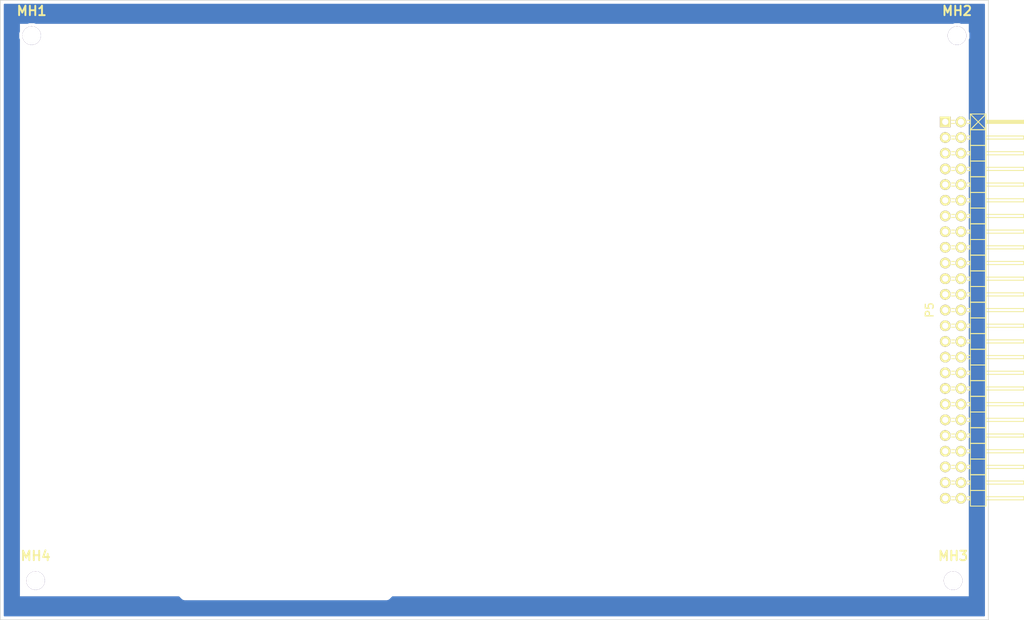
<source format=kicad_pcb>
(kicad_pcb (version 4) (host pcbnew "(2014-09-10 BZR 5127)-product")

  (general
    (links 1)
    (no_connects 1)
    (area 6.781073 60.8965 204.770447 161.41446)
    (thickness 1.6)
    (drawings 4)
    (tracks 0)
    (zones 0)
    (modules 5)
    (nets 50)
  )

  (page A4)
  (layers
    (0 F.Cu signal)
    (31 B.Cu signal)
    (33 F.Adhes user)
    (35 F.Paste user)
    (37 F.SilkS user)
    (39 F.Mask user)
    (40 Dwgs.User user)
    (41 Cmts.User user)
    (42 Eco1.User user)
    (43 Eco2.User user)
    (44 Edge.Cuts user)
    (45 Margin user)
  )

  (setup
    (last_trace_width 0.254)
    (trace_clearance 0.254)
    (zone_clearance 0.508)
    (zone_45_only yes)
    (trace_min 0.254)
    (segment_width 0.2)
    (edge_width 0.1)
    (via_size 0.889)
    (via_drill 0.635)
    (via_min_size 0.889)
    (via_min_drill 0.508)
    (uvia_size 0.508)
    (uvia_drill 0.127)
    (uvias_allowed no)
    (uvia_min_size 0.508)
    (uvia_min_drill 0.127)
    (pcb_text_width 0.3)
    (pcb_text_size 1.5 1.5)
    (mod_edge_width 0.15)
    (mod_text_size 1 1)
    (mod_text_width 0.15)
    (pad_size 1.5 1.5)
    (pad_drill 0.6)
    (pad_to_mask_clearance 0)
    (aux_axis_origin 0 0)
    (visible_elements FFFFFF7F)
    (pcbplotparams
      (layerselection 0x00020_80000001)
      (usegerberextensions false)
      (excludeedgelayer true)
      (linewidth 0.100000)
      (plotframeref false)
      (viasonmask false)
      (mode 1)
      (useauxorigin false)
      (hpglpennumber 1)
      (hpglpenspeed 20)
      (hpglpendiameter 15)
      (hpglpenoverlay 2)
      (psnegative false)
      (psa4output false)
      (plotreference true)
      (plotvalue true)
      (plotinvisibletext false)
      (padsonsilk false)
      (subtractmaskfromsilk false)
      (outputformat 1)
      (mirror false)
      (drillshape 0)
      (scaleselection 1)
      (outputdirectory gerber/))
  )

  (net 0 "")
  (net 1 GND)
  (net 2 VCC)
  (net 3 PHI2)
  (net 4 /RESET)
  (net 5 /RW)
  (net 6 /OE)
  (net 7 /CS_UART)
  (net 8 /CS_VIA)
  (net 9 E_LCD)
  (net 10 /CSR_VDP)
  (net 11 /CSW_VDP)
  (net 12 /CS_RES02)
  (net 13 /WE)
  (net 14 /NMI)
  (net 15 /IRQ)
  (net 16 "Net-(P5-Pad5)")
  (net 17 "Net-(P5-Pad6)")
  (net 18 "Net-(P5-Pad15)")
  (net 19 "Net-(P5-Pad17)")
  (net 20 RDY)
  (net 21 "Net-(P5-Pad19)")
  (net 22 "Net-(P5-Pad36)")
  (net 23 "Net-(P5-Pad39)")
  (net 24 "Net-(P5-Pad40)")
  (net 25 "Net-(P5-Pad41)")
  (net 26 "Net-(P5-Pad42)")
  (net 27 "Net-(P5-Pad43)")
  (net 28 "Net-(P5-Pad44)")
  (net 29 "Net-(P5-Pad45)")
  (net 30 "Net-(P5-Pad46)")
  (net 31 "Net-(P5-Pad47)")
  (net 32 "Net-(P5-Pad48)")
  (net 33 "Net-(P5-Pad49)")
  (net 34 "Net-(P5-Pad50)")
  (net 35 /OE2)
  (net 36 /WE2)
  (net 37 /Connector/D7)
  (net 38 /Connector/D6)
  (net 39 /Connector/D5)
  (net 40 /Connector/D4)
  (net 41 /Connector/D3)
  (net 42 /Connector/D2)
  (net 43 /Connector/D1)
  (net 44 /Connector/D0)
  (net 45 /Connector/A4)
  (net 46 /Connector/A3)
  (net 47 /Connector/A2)
  (net 48 /Connector/A1)
  (net 49 /Connector/A0)

  (net_class Default "This is the default net class."
    (clearance 0.254)
    (trace_width 0.254)
    (via_dia 0.889)
    (via_drill 0.635)
    (uvia_dia 0.508)
    (uvia_drill 0.127)
    (add_net /CSR_VDP)
    (add_net /CSW_VDP)
    (add_net /CS_RES02)
    (add_net /CS_UART)
    (add_net /CS_VIA)
    (add_net /Connector/A0)
    (add_net /Connector/A1)
    (add_net /Connector/A2)
    (add_net /Connector/A3)
    (add_net /Connector/A4)
    (add_net /Connector/D0)
    (add_net /Connector/D1)
    (add_net /Connector/D2)
    (add_net /Connector/D3)
    (add_net /Connector/D4)
    (add_net /Connector/D5)
    (add_net /Connector/D6)
    (add_net /Connector/D7)
    (add_net /IRQ)
    (add_net /NMI)
    (add_net /OE)
    (add_net /OE2)
    (add_net /RESET)
    (add_net /RW)
    (add_net /WE)
    (add_net /WE2)
    (add_net E_LCD)
    (add_net "Net-(P5-Pad15)")
    (add_net "Net-(P5-Pad17)")
    (add_net "Net-(P5-Pad19)")
    (add_net "Net-(P5-Pad36)")
    (add_net "Net-(P5-Pad39)")
    (add_net "Net-(P5-Pad40)")
    (add_net "Net-(P5-Pad41)")
    (add_net "Net-(P5-Pad42)")
    (add_net "Net-(P5-Pad43)")
    (add_net "Net-(P5-Pad44)")
    (add_net "Net-(P5-Pad45)")
    (add_net "Net-(P5-Pad46)")
    (add_net "Net-(P5-Pad47)")
    (add_net "Net-(P5-Pad48)")
    (add_net "Net-(P5-Pad49)")
    (add_net "Net-(P5-Pad5)")
    (add_net "Net-(P5-Pad50)")
    (add_net "Net-(P5-Pad6)")
    (add_net PHI2)
    (add_net RDY)
  )

  (net_class vcc ""
    (clearance 0.254)
    (trace_width 0.635)
    (via_dia 0.889)
    (via_drill 0.635)
    (uvia_dia 0.508)
    (uvia_drill 0.127)
    (add_net GND)
    (add_net VCC)
  )

  (module Pin_Headers:Pin_Header_Angled_2x25 (layer F.Cu) (tedit 5417499B) (tstamp 541F04A9)
    (at 216.535 95.885 270)
    (descr "Through hole pin header")
    (tags "pin header")
    (path /54206EE0/542071FB)
    (fp_text reference P5 (at 0 3.81 270) (layer F.SilkS)
      (effects (font (size 1.27 1.27) (thickness 0.2032)))
    )
    (fp_text value CONN_02X25 (at 0 0 270) (layer F.SilkS) hide
      (effects (font (size 1.27 1.27) (thickness 0.2032)))
    )
    (fp_line (start -30.226 -0.254) (end -30.226 0.254) (layer F.SilkS) (width 0.15))
    (fp_line (start -30.734 -0.254) (end -30.734 0.254) (layer F.SilkS) (width 0.15))
    (fp_line (start -12.954 -0.254) (end -12.954 0.254) (layer F.SilkS) (width 0.15))
    (fp_line (start -12.446 -0.254) (end -12.446 0.254) (layer F.SilkS) (width 0.15))
    (fp_line (start -10.414 -0.254) (end -10.414 0.254) (layer F.SilkS) (width 0.15))
    (fp_line (start -9.906 -0.254) (end -9.906 0.254) (layer F.SilkS) (width 0.15))
    (fp_line (start -14.986 -0.254) (end -14.986 0.254) (layer F.SilkS) (width 0.15))
    (fp_line (start -15.494 -0.254) (end -15.494 0.254) (layer F.SilkS) (width 0.15))
    (fp_line (start -17.526 -0.254) (end -17.526 0.254) (layer F.SilkS) (width 0.15))
    (fp_line (start -18.034 -0.254) (end -18.034 0.254) (layer F.SilkS) (width 0.15))
    (fp_line (start -28.194 -0.254) (end -28.194 0.254) (layer F.SilkS) (width 0.15))
    (fp_line (start -27.686 -0.254) (end -27.686 0.254) (layer F.SilkS) (width 0.15))
    (fp_line (start -25.654 -0.254) (end -25.654 0.254) (layer F.SilkS) (width 0.15))
    (fp_line (start -25.146 -0.254) (end -25.146 0.254) (layer F.SilkS) (width 0.15))
    (fp_line (start -20.066 -0.254) (end -20.066 0.254) (layer F.SilkS) (width 0.15))
    (fp_line (start -20.574 -0.254) (end -20.574 0.254) (layer F.SilkS) (width 0.15))
    (fp_line (start -22.606 -0.254) (end -22.606 0.254) (layer F.SilkS) (width 0.15))
    (fp_line (start -23.114 -0.254) (end -23.114 0.254) (layer F.SilkS) (width 0.15))
    (fp_line (start 17.526 -0.254) (end 17.526 0.254) (layer F.SilkS) (width 0.15))
    (fp_line (start 18.034 -0.254) (end 18.034 0.254) (layer F.SilkS) (width 0.15))
    (fp_line (start 20.066 -0.254) (end 20.066 0.254) (layer F.SilkS) (width 0.15))
    (fp_line (start 20.574 -0.254) (end 20.574 0.254) (layer F.SilkS) (width 0.15))
    (fp_line (start 15.494 -0.254) (end 15.494 0.254) (layer F.SilkS) (width 0.15))
    (fp_line (start 14.986 -0.254) (end 14.986 0.254) (layer F.SilkS) (width 0.15))
    (fp_line (start 12.954 -0.254) (end 12.954 0.254) (layer F.SilkS) (width 0.15))
    (fp_line (start 12.446 -0.254) (end 12.446 0.254) (layer F.SilkS) (width 0.15))
    (fp_line (start 22.606 -0.254) (end 22.606 0.254) (layer F.SilkS) (width 0.15))
    (fp_line (start 23.114 -0.254) (end 23.114 0.254) (layer F.SilkS) (width 0.15))
    (fp_line (start 25.146 -0.254) (end 25.146 0.254) (layer F.SilkS) (width 0.15))
    (fp_line (start 25.654 -0.254) (end 25.654 0.254) (layer F.SilkS) (width 0.15))
    (fp_line (start 30.734 -0.254) (end 30.734 0.254) (layer F.SilkS) (width 0.15))
    (fp_line (start 30.226 -0.254) (end 30.226 0.254) (layer F.SilkS) (width 0.15))
    (fp_line (start 28.194 -0.254) (end 28.194 0.254) (layer F.SilkS) (width 0.15))
    (fp_line (start 27.686 -0.254) (end 27.686 0.254) (layer F.SilkS) (width 0.15))
    (fp_line (start 7.366 -0.254) (end 7.366 0.254) (layer F.SilkS) (width 0.15))
    (fp_line (start 7.874 -0.254) (end 7.874 0.254) (layer F.SilkS) (width 0.15))
    (fp_line (start 9.906 -0.254) (end 9.906 0.254) (layer F.SilkS) (width 0.15))
    (fp_line (start 10.414 -0.254) (end 10.414 0.254) (layer F.SilkS) (width 0.15))
    (fp_line (start 5.334 -0.254) (end 5.334 0.254) (layer F.SilkS) (width 0.15))
    (fp_line (start 4.826 -0.254) (end 4.826 0.254) (layer F.SilkS) (width 0.15))
    (fp_line (start 2.794 -0.254) (end 2.794 0.254) (layer F.SilkS) (width 0.15))
    (fp_line (start 2.286 -0.254) (end 2.286 0.254) (layer F.SilkS) (width 0.15))
    (fp_line (start -7.874 -0.254) (end -7.874 0.254) (layer F.SilkS) (width 0.15))
    (fp_line (start -7.366 -0.254) (end -7.366 0.254) (layer F.SilkS) (width 0.15))
    (fp_line (start -5.334 -0.254) (end -5.334 0.254) (layer F.SilkS) (width 0.15))
    (fp_line (start -4.826 -0.254) (end -4.826 0.254) (layer F.SilkS) (width 0.15))
    (fp_line (start 0.254 -0.254) (end 0.254 0.254) (layer F.SilkS) (width 0.15))
    (fp_line (start -0.254 -0.254) (end -0.254 0.254) (layer F.SilkS) (width 0.15))
    (fp_line (start -2.286 -0.254) (end -2.286 0.254) (layer F.SilkS) (width 0.15))
    (fp_line (start -2.794 -0.254) (end -2.794 0.254) (layer F.SilkS) (width 0.15))
    (fp_line (start 14.986 -2.794) (end 14.986 -2.286) (layer F.SilkS) (width 0.15))
    (fp_line (start 15.494 -2.794) (end 15.494 -2.286) (layer F.SilkS) (width 0.15))
    (fp_line (start 17.526 -2.794) (end 17.526 -2.286) (layer F.SilkS) (width 0.15))
    (fp_line (start 18.034 -2.794) (end 18.034 -2.286) (layer F.SilkS) (width 0.15))
    (fp_line (start 12.954 -2.794) (end 12.954 -2.286) (layer F.SilkS) (width 0.15))
    (fp_line (start 12.446 -2.794) (end 12.446 -2.286) (layer F.SilkS) (width 0.15))
    (fp_line (start 10.414 -2.794) (end 10.414 -2.286) (layer F.SilkS) (width 0.15))
    (fp_line (start 9.906 -2.794) (end 9.906 -2.286) (layer F.SilkS) (width 0.15))
    (fp_line (start 20.066 -2.794) (end 20.066 -2.286) (layer F.SilkS) (width 0.15))
    (fp_line (start 20.574 -2.794) (end 20.574 -2.286) (layer F.SilkS) (width 0.15))
    (fp_line (start 22.606 -2.794) (end 22.606 -2.286) (layer F.SilkS) (width 0.15))
    (fp_line (start 23.114 -2.794) (end 23.114 -2.286) (layer F.SilkS) (width 0.15))
    (fp_line (start 28.194 -2.794) (end 28.194 -2.286) (layer F.SilkS) (width 0.15))
    (fp_line (start 27.686 -2.794) (end 27.686 -2.286) (layer F.SilkS) (width 0.15))
    (fp_line (start 25.654 -2.794) (end 25.654 -2.286) (layer F.SilkS) (width 0.15))
    (fp_line (start 25.146 -2.794) (end 25.146 -2.286) (layer F.SilkS) (width 0.15))
    (fp_line (start 30.226 -2.794) (end 30.226 -2.286) (layer F.SilkS) (width 0.15))
    (fp_line (start 30.734 -2.794) (end 30.734 -2.286) (layer F.SilkS) (width 0.15))
    (fp_line (start -5.334 -2.794) (end -5.334 -2.286) (layer F.SilkS) (width 0.15))
    (fp_line (start -4.826 -2.794) (end -4.826 -2.286) (layer F.SilkS) (width 0.15))
    (fp_line (start -2.794 -2.794) (end -2.794 -2.286) (layer F.SilkS) (width 0.15))
    (fp_line (start -2.286 -2.794) (end -2.286 -2.286) (layer F.SilkS) (width 0.15))
    (fp_line (start -7.366 -2.794) (end -7.366 -2.286) (layer F.SilkS) (width 0.15))
    (fp_line (start -7.874 -2.794) (end -7.874 -2.286) (layer F.SilkS) (width 0.15))
    (fp_line (start -9.906 -2.794) (end -9.906 -2.286) (layer F.SilkS) (width 0.15))
    (fp_line (start -10.414 -2.794) (end -10.414 -2.286) (layer F.SilkS) (width 0.15))
    (fp_line (start -0.254 -2.794) (end -0.254 -2.286) (layer F.SilkS) (width 0.15))
    (fp_line (start 0.254 -2.794) (end 0.254 -2.286) (layer F.SilkS) (width 0.15))
    (fp_line (start 2.286 -2.794) (end 2.286 -2.286) (layer F.SilkS) (width 0.15))
    (fp_line (start 2.794 -2.794) (end 2.794 -2.286) (layer F.SilkS) (width 0.15))
    (fp_line (start 7.874 -2.794) (end 7.874 -2.286) (layer F.SilkS) (width 0.15))
    (fp_line (start 7.366 -2.794) (end 7.366 -2.286) (layer F.SilkS) (width 0.15))
    (fp_line (start 5.334 -2.794) (end 5.334 -2.286) (layer F.SilkS) (width 0.15))
    (fp_line (start 4.826 -2.794) (end 4.826 -2.286) (layer F.SilkS) (width 0.15))
    (fp_line (start -15.494 -2.794) (end -15.494 -2.286) (layer F.SilkS) (width 0.15))
    (fp_line (start -14.986 -2.794) (end -14.986 -2.286) (layer F.SilkS) (width 0.15))
    (fp_line (start -12.954 -2.794) (end -12.954 -2.286) (layer F.SilkS) (width 0.15))
    (fp_line (start -12.446 -2.794) (end -12.446 -2.286) (layer F.SilkS) (width 0.15))
    (fp_line (start -17.526 -2.794) (end -17.526 -2.286) (layer F.SilkS) (width 0.15))
    (fp_line (start -18.034 -2.794) (end -18.034 -2.286) (layer F.SilkS) (width 0.15))
    (fp_line (start -20.066 -2.794) (end -20.066 -2.286) (layer F.SilkS) (width 0.15))
    (fp_line (start -20.574 -2.794) (end -20.574 -2.286) (layer F.SilkS) (width 0.15))
    (fp_line (start -30.734 -2.794) (end -30.734 -2.286) (layer F.SilkS) (width 0.15))
    (fp_line (start -30.226 -2.794) (end -30.226 -2.286) (layer F.SilkS) (width 0.15))
    (fp_line (start -28.194 -2.794) (end -28.194 -2.286) (layer F.SilkS) (width 0.15))
    (fp_line (start -27.686 -2.794) (end -27.686 -2.286) (layer F.SilkS) (width 0.15))
    (fp_line (start -22.606 -2.794) (end -22.606 -2.286) (layer F.SilkS) (width 0.15))
    (fp_line (start -23.114 -2.794) (end -23.114 -2.286) (layer F.SilkS) (width 0.15))
    (fp_line (start -25.146 -2.794) (end -25.146 -2.286) (layer F.SilkS) (width 0.15))
    (fp_line (start -25.654 -2.794) (end -25.654 -2.286) (layer F.SilkS) (width 0.15))
    (fp_line (start -31.75 -2.794) (end -29.21 -5.334) (layer F.SilkS) (width 0.15))
    (fp_line (start -31.75 -5.334) (end -29.21 -2.794) (layer F.SilkS) (width 0.15))
    (fp_line (start -30.607 -5.334) (end -30.607 -11.303) (layer F.SilkS) (width 0.15))
    (fp_line (start -30.607 -11.303) (end -30.353 -11.303) (layer F.SilkS) (width 0.15))
    (fp_line (start -30.353 -11.303) (end -30.353 -5.461) (layer F.SilkS) (width 0.15))
    (fp_line (start -30.353 -5.461) (end -30.48 -5.461) (layer F.SilkS) (width 0.15))
    (fp_line (start -30.48 -5.461) (end -30.48 -11.303) (layer F.SilkS) (width 0.15))
    (fp_line (start 8.89 -2.794) (end 8.89 -5.334) (layer F.SilkS) (width 0.15))
    (fp_line (start 8.89 -2.794) (end 11.43 -2.794) (layer F.SilkS) (width 0.15))
    (fp_line (start 11.43 -2.794) (end 11.43 -5.334) (layer F.SilkS) (width 0.15))
    (fp_line (start 9.906 -5.334) (end 9.906 -11.43) (layer F.SilkS) (width 0.15))
    (fp_line (start 9.906 -11.43) (end 10.414 -11.43) (layer F.SilkS) (width 0.15))
    (fp_line (start 10.414 -11.43) (end 10.414 -5.334) (layer F.SilkS) (width 0.15))
    (fp_line (start 11.43 -5.334) (end 8.89 -5.334) (layer F.SilkS) (width 0.15))
    (fp_line (start 13.97 -5.334) (end 11.43 -5.334) (layer F.SilkS) (width 0.15))
    (fp_line (start 12.954 -11.43) (end 12.954 -5.334) (layer F.SilkS) (width 0.15))
    (fp_line (start 12.446 -11.43) (end 12.954 -11.43) (layer F.SilkS) (width 0.15))
    (fp_line (start 12.446 -5.334) (end 12.446 -11.43) (layer F.SilkS) (width 0.15))
    (fp_line (start 13.97 -2.794) (end 13.97 -5.334) (layer F.SilkS) (width 0.15))
    (fp_line (start 11.43 -2.794) (end 13.97 -2.794) (layer F.SilkS) (width 0.15))
    (fp_line (start 11.43 -2.794) (end 11.43 -5.334) (layer F.SilkS) (width 0.15))
    (fp_line (start 16.51 -2.794) (end 16.51 -5.334) (layer F.SilkS) (width 0.15))
    (fp_line (start 16.51 -2.794) (end 19.05 -2.794) (layer F.SilkS) (width 0.15))
    (fp_line (start 19.05 -2.794) (end 19.05 -5.334) (layer F.SilkS) (width 0.15))
    (fp_line (start 17.526 -5.334) (end 17.526 -11.43) (layer F.SilkS) (width 0.15))
    (fp_line (start 17.526 -11.43) (end 18.034 -11.43) (layer F.SilkS) (width 0.15))
    (fp_line (start 18.034 -11.43) (end 18.034 -5.334) (layer F.SilkS) (width 0.15))
    (fp_line (start 19.05 -5.334) (end 16.51 -5.334) (layer F.SilkS) (width 0.15))
    (fp_line (start 16.51 -5.334) (end 13.97 -5.334) (layer F.SilkS) (width 0.15))
    (fp_line (start 15.494 -11.43) (end 15.494 -5.334) (layer F.SilkS) (width 0.15))
    (fp_line (start 14.986 -11.43) (end 15.494 -11.43) (layer F.SilkS) (width 0.15))
    (fp_line (start 14.986 -5.334) (end 14.986 -11.43) (layer F.SilkS) (width 0.15))
    (fp_line (start 16.51 -2.794) (end 16.51 -5.334) (layer F.SilkS) (width 0.15))
    (fp_line (start 13.97 -2.794) (end 16.51 -2.794) (layer F.SilkS) (width 0.15))
    (fp_line (start 13.97 -2.794) (end 13.97 -5.334) (layer F.SilkS) (width 0.15))
    (fp_line (start 24.13 -2.794) (end 24.13 -5.334) (layer F.SilkS) (width 0.15))
    (fp_line (start 24.13 -2.794) (end 26.67 -2.794) (layer F.SilkS) (width 0.15))
    (fp_line (start 26.67 -2.794) (end 26.67 -5.334) (layer F.SilkS) (width 0.15))
    (fp_line (start 25.146 -5.334) (end 25.146 -11.43) (layer F.SilkS) (width 0.15))
    (fp_line (start 25.146 -11.43) (end 25.654 -11.43) (layer F.SilkS) (width 0.15))
    (fp_line (start 25.654 -11.43) (end 25.654 -5.334) (layer F.SilkS) (width 0.15))
    (fp_line (start 26.67 -5.334) (end 24.13 -5.334) (layer F.SilkS) (width 0.15))
    (fp_line (start 29.21 -5.334) (end 26.67 -5.334) (layer F.SilkS) (width 0.15))
    (fp_line (start 28.194 -11.43) (end 28.194 -5.334) (layer F.SilkS) (width 0.15))
    (fp_line (start 27.686 -11.43) (end 28.194 -11.43) (layer F.SilkS) (width 0.15))
    (fp_line (start 27.686 -5.334) (end 27.686 -11.43) (layer F.SilkS) (width 0.15))
    (fp_line (start 29.21 -2.794) (end 29.21 -5.334) (layer F.SilkS) (width 0.15))
    (fp_line (start 26.67 -2.794) (end 29.21 -2.794) (layer F.SilkS) (width 0.15))
    (fp_line (start 26.67 -2.794) (end 26.67 -5.334) (layer F.SilkS) (width 0.15))
    (fp_line (start 21.59 -2.794) (end 21.59 -5.334) (layer F.SilkS) (width 0.15))
    (fp_line (start 21.59 -2.794) (end 24.13 -2.794) (layer F.SilkS) (width 0.15))
    (fp_line (start 24.13 -2.794) (end 24.13 -5.334) (layer F.SilkS) (width 0.15))
    (fp_line (start 22.606 -5.334) (end 22.606 -11.43) (layer F.SilkS) (width 0.15))
    (fp_line (start 22.606 -11.43) (end 23.114 -11.43) (layer F.SilkS) (width 0.15))
    (fp_line (start 23.114 -11.43) (end 23.114 -5.334) (layer F.SilkS) (width 0.15))
    (fp_line (start 24.13 -5.334) (end 21.59 -5.334) (layer F.SilkS) (width 0.15))
    (fp_line (start 21.59 -5.334) (end 19.05 -5.334) (layer F.SilkS) (width 0.15))
    (fp_line (start 20.574 -11.43) (end 20.574 -5.334) (layer F.SilkS) (width 0.15))
    (fp_line (start 20.066 -11.43) (end 20.574 -11.43) (layer F.SilkS) (width 0.15))
    (fp_line (start 20.066 -5.334) (end 20.066 -11.43) (layer F.SilkS) (width 0.15))
    (fp_line (start 21.59 -2.794) (end 21.59 -5.334) (layer F.SilkS) (width 0.15))
    (fp_line (start 19.05 -2.794) (end 21.59 -2.794) (layer F.SilkS) (width 0.15))
    (fp_line (start 19.05 -2.794) (end 19.05 -5.334) (layer F.SilkS) (width 0.15))
    (fp_line (start 31.75 -5.334) (end 29.21 -5.334) (layer F.SilkS) (width 0.15))
    (fp_line (start 30.734 -11.43) (end 30.734 -5.334) (layer F.SilkS) (width 0.15))
    (fp_line (start 30.226 -11.43) (end 30.734 -11.43) (layer F.SilkS) (width 0.15))
    (fp_line (start 30.226 -5.334) (end 30.226 -11.43) (layer F.SilkS) (width 0.15))
    (fp_line (start 31.75 -2.794) (end 31.75 -5.334) (layer F.SilkS) (width 0.15))
    (fp_line (start 29.21 -2.794) (end 31.75 -2.794) (layer F.SilkS) (width 0.15))
    (fp_line (start 29.21 -2.794) (end 29.21 -5.334) (layer F.SilkS) (width 0.15))
    (fp_line (start -11.43 -2.794) (end -11.43 -5.334) (layer F.SilkS) (width 0.15))
    (fp_line (start -11.43 -2.794) (end -8.89 -2.794) (layer F.SilkS) (width 0.15))
    (fp_line (start -8.89 -2.794) (end -8.89 -5.334) (layer F.SilkS) (width 0.15))
    (fp_line (start -10.414 -5.334) (end -10.414 -11.43) (layer F.SilkS) (width 0.15))
    (fp_line (start -10.414 -11.43) (end -9.906 -11.43) (layer F.SilkS) (width 0.15))
    (fp_line (start -9.906 -11.43) (end -9.906 -5.334) (layer F.SilkS) (width 0.15))
    (fp_line (start -8.89 -5.334) (end -11.43 -5.334) (layer F.SilkS) (width 0.15))
    (fp_line (start -6.35 -5.334) (end -8.89 -5.334) (layer F.SilkS) (width 0.15))
    (fp_line (start -7.366 -11.43) (end -7.366 -5.334) (layer F.SilkS) (width 0.15))
    (fp_line (start -7.874 -11.43) (end -7.366 -11.43) (layer F.SilkS) (width 0.15))
    (fp_line (start -7.874 -5.334) (end -7.874 -11.43) (layer F.SilkS) (width 0.15))
    (fp_line (start -6.35 -2.794) (end -6.35 -5.334) (layer F.SilkS) (width 0.15))
    (fp_line (start -8.89 -2.794) (end -6.35 -2.794) (layer F.SilkS) (width 0.15))
    (fp_line (start -8.89 -2.794) (end -8.89 -5.334) (layer F.SilkS) (width 0.15))
    (fp_line (start -3.81 -2.794) (end -3.81 -5.334) (layer F.SilkS) (width 0.15))
    (fp_line (start -3.81 -2.794) (end -1.27 -2.794) (layer F.SilkS) (width 0.15))
    (fp_line (start -1.27 -2.794) (end -1.27 -5.334) (layer F.SilkS) (width 0.15))
    (fp_line (start -2.794 -5.334) (end -2.794 -11.43) (layer F.SilkS) (width 0.15))
    (fp_line (start -2.794 -11.43) (end -2.286 -11.43) (layer F.SilkS) (width 0.15))
    (fp_line (start -2.286 -11.43) (end -2.286 -5.334) (layer F.SilkS) (width 0.15))
    (fp_line (start -1.27 -5.334) (end -3.81 -5.334) (layer F.SilkS) (width 0.15))
    (fp_line (start -3.81 -5.334) (end -6.35 -5.334) (layer F.SilkS) (width 0.15))
    (fp_line (start -4.826 -11.43) (end -4.826 -5.334) (layer F.SilkS) (width 0.15))
    (fp_line (start -5.334 -11.43) (end -4.826 -11.43) (layer F.SilkS) (width 0.15))
    (fp_line (start -5.334 -5.334) (end -5.334 -11.43) (layer F.SilkS) (width 0.15))
    (fp_line (start -3.81 -2.794) (end -3.81 -5.334) (layer F.SilkS) (width 0.15))
    (fp_line (start -6.35 -2.794) (end -3.81 -2.794) (layer F.SilkS) (width 0.15))
    (fp_line (start -6.35 -2.794) (end -6.35 -5.334) (layer F.SilkS) (width 0.15))
    (fp_line (start 3.81 -2.794) (end 3.81 -5.334) (layer F.SilkS) (width 0.15))
    (fp_line (start 3.81 -2.794) (end 6.35 -2.794) (layer F.SilkS) (width 0.15))
    (fp_line (start 6.35 -2.794) (end 6.35 -5.334) (layer F.SilkS) (width 0.15))
    (fp_line (start 4.826 -5.334) (end 4.826 -11.43) (layer F.SilkS) (width 0.15))
    (fp_line (start 4.826 -11.43) (end 5.334 -11.43) (layer F.SilkS) (width 0.15))
    (fp_line (start 5.334 -11.43) (end 5.334 -5.334) (layer F.SilkS) (width 0.15))
    (fp_line (start 6.35 -5.334) (end 3.81 -5.334) (layer F.SilkS) (width 0.15))
    (fp_line (start 8.89 -5.334) (end 6.35 -5.334) (layer F.SilkS) (width 0.15))
    (fp_line (start 7.874 -11.43) (end 7.874 -5.334) (layer F.SilkS) (width 0.15))
    (fp_line (start 7.366 -11.43) (end 7.874 -11.43) (layer F.SilkS) (width 0.15))
    (fp_line (start 7.366 -5.334) (end 7.366 -11.43) (layer F.SilkS) (width 0.15))
    (fp_line (start 8.89 -2.794) (end 8.89 -5.334) (layer F.SilkS) (width 0.15))
    (fp_line (start 6.35 -2.794) (end 8.89 -2.794) (layer F.SilkS) (width 0.15))
    (fp_line (start 6.35 -2.794) (end 6.35 -5.334) (layer F.SilkS) (width 0.15))
    (fp_line (start 1.27 -2.794) (end 1.27 -5.334) (layer F.SilkS) (width 0.15))
    (fp_line (start 1.27 -2.794) (end 3.81 -2.794) (layer F.SilkS) (width 0.15))
    (fp_line (start 3.81 -2.794) (end 3.81 -5.334) (layer F.SilkS) (width 0.15))
    (fp_line (start 2.286 -5.334) (end 2.286 -11.43) (layer F.SilkS) (width 0.15))
    (fp_line (start 2.286 -11.43) (end 2.794 -11.43) (layer F.SilkS) (width 0.15))
    (fp_line (start 2.794 -11.43) (end 2.794 -5.334) (layer F.SilkS) (width 0.15))
    (fp_line (start 3.81 -5.334) (end 1.27 -5.334) (layer F.SilkS) (width 0.15))
    (fp_line (start 1.27 -5.334) (end -1.27 -5.334) (layer F.SilkS) (width 0.15))
    (fp_line (start 0.254 -11.43) (end 0.254 -5.334) (layer F.SilkS) (width 0.15))
    (fp_line (start -0.254 -11.43) (end 0.254 -11.43) (layer F.SilkS) (width 0.15))
    (fp_line (start -0.254 -5.334) (end -0.254 -11.43) (layer F.SilkS) (width 0.15))
    (fp_line (start 1.27 -2.794) (end 1.27 -5.334) (layer F.SilkS) (width 0.15))
    (fp_line (start -1.27 -2.794) (end 1.27 -2.794) (layer F.SilkS) (width 0.15))
    (fp_line (start -1.27 -2.794) (end -1.27 -5.334) (layer F.SilkS) (width 0.15))
    (fp_line (start -21.59 -2.794) (end -21.59 -5.334) (layer F.SilkS) (width 0.15))
    (fp_line (start -21.59 -2.794) (end -19.05 -2.794) (layer F.SilkS) (width 0.15))
    (fp_line (start -19.05 -2.794) (end -19.05 -5.334) (layer F.SilkS) (width 0.15))
    (fp_line (start -20.574 -5.334) (end -20.574 -11.43) (layer F.SilkS) (width 0.15))
    (fp_line (start -20.574 -11.43) (end -20.066 -11.43) (layer F.SilkS) (width 0.15))
    (fp_line (start -20.066 -11.43) (end -20.066 -5.334) (layer F.SilkS) (width 0.15))
    (fp_line (start -19.05 -5.334) (end -21.59 -5.334) (layer F.SilkS) (width 0.15))
    (fp_line (start -16.51 -5.334) (end -19.05 -5.334) (layer F.SilkS) (width 0.15))
    (fp_line (start -17.526 -11.43) (end -17.526 -5.334) (layer F.SilkS) (width 0.15))
    (fp_line (start -18.034 -11.43) (end -17.526 -11.43) (layer F.SilkS) (width 0.15))
    (fp_line (start -18.034 -5.334) (end -18.034 -11.43) (layer F.SilkS) (width 0.15))
    (fp_line (start -16.51 -2.794) (end -16.51 -5.334) (layer F.SilkS) (width 0.15))
    (fp_line (start -19.05 -2.794) (end -16.51 -2.794) (layer F.SilkS) (width 0.15))
    (fp_line (start -19.05 -2.794) (end -19.05 -5.334) (layer F.SilkS) (width 0.15))
    (fp_line (start -13.97 -2.794) (end -13.97 -5.334) (layer F.SilkS) (width 0.15))
    (fp_line (start -13.97 -2.794) (end -11.43 -2.794) (layer F.SilkS) (width 0.15))
    (fp_line (start -11.43 -2.794) (end -11.43 -5.334) (layer F.SilkS) (width 0.15))
    (fp_line (start -12.954 -5.334) (end -12.954 -11.43) (layer F.SilkS) (width 0.15))
    (fp_line (start -12.954 -11.43) (end -12.446 -11.43) (layer F.SilkS) (width 0.15))
    (fp_line (start -12.446 -11.43) (end -12.446 -5.334) (layer F.SilkS) (width 0.15))
    (fp_line (start -11.43 -5.334) (end -13.97 -5.334) (layer F.SilkS) (width 0.15))
    (fp_line (start -13.97 -5.334) (end -16.51 -5.334) (layer F.SilkS) (width 0.15))
    (fp_line (start -14.986 -11.43) (end -14.986 -5.334) (layer F.SilkS) (width 0.15))
    (fp_line (start -15.494 -11.43) (end -14.986 -11.43) (layer F.SilkS) (width 0.15))
    (fp_line (start -15.494 -5.334) (end -15.494 -11.43) (layer F.SilkS) (width 0.15))
    (fp_line (start -13.97 -2.794) (end -13.97 -5.334) (layer F.SilkS) (width 0.15))
    (fp_line (start -16.51 -2.794) (end -13.97 -2.794) (layer F.SilkS) (width 0.15))
    (fp_line (start -16.51 -2.794) (end -16.51 -5.334) (layer F.SilkS) (width 0.15))
    (fp_line (start -26.67 -2.794) (end -26.67 -5.334) (layer F.SilkS) (width 0.15))
    (fp_line (start -26.67 -2.794) (end -24.13 -2.794) (layer F.SilkS) (width 0.15))
    (fp_line (start -24.13 -2.794) (end -24.13 -5.334) (layer F.SilkS) (width 0.15))
    (fp_line (start -25.654 -5.334) (end -25.654 -11.43) (layer F.SilkS) (width 0.15))
    (fp_line (start -25.654 -11.43) (end -25.146 -11.43) (layer F.SilkS) (width 0.15))
    (fp_line (start -25.146 -11.43) (end -25.146 -5.334) (layer F.SilkS) (width 0.15))
    (fp_line (start -24.13 -5.334) (end -26.67 -5.334) (layer F.SilkS) (width 0.15))
    (fp_line (start -21.59 -5.334) (end -24.13 -5.334) (layer F.SilkS) (width 0.15))
    (fp_line (start -22.606 -11.43) (end -22.606 -5.334) (layer F.SilkS) (width 0.15))
    (fp_line (start -23.114 -11.43) (end -22.606 -11.43) (layer F.SilkS) (width 0.15))
    (fp_line (start -23.114 -5.334) (end -23.114 -11.43) (layer F.SilkS) (width 0.15))
    (fp_line (start -21.59 -2.794) (end -21.59 -5.334) (layer F.SilkS) (width 0.15))
    (fp_line (start -24.13 -2.794) (end -21.59 -2.794) (layer F.SilkS) (width 0.15))
    (fp_line (start -24.13 -2.794) (end -24.13 -5.334) (layer F.SilkS) (width 0.15))
    (fp_line (start -29.21 -2.794) (end -29.21 -5.334) (layer F.SilkS) (width 0.15))
    (fp_line (start -29.21 -2.794) (end -26.67 -2.794) (layer F.SilkS) (width 0.15))
    (fp_line (start -26.67 -2.794) (end -26.67 -5.334) (layer F.SilkS) (width 0.15))
    (fp_line (start -28.194 -5.334) (end -28.194 -11.43) (layer F.SilkS) (width 0.15))
    (fp_line (start -28.194 -11.43) (end -27.686 -11.43) (layer F.SilkS) (width 0.15))
    (fp_line (start -27.686 -11.43) (end -27.686 -5.334) (layer F.SilkS) (width 0.15))
    (fp_line (start -26.67 -5.334) (end -29.21 -5.334) (layer F.SilkS) (width 0.15))
    (fp_line (start -29.21 -5.334) (end -31.75 -5.334) (layer F.SilkS) (width 0.15))
    (fp_line (start -30.226 -11.43) (end -30.226 -5.334) (layer F.SilkS) (width 0.15))
    (fp_line (start -30.734 -11.43) (end -30.226 -11.43) (layer F.SilkS) (width 0.15))
    (fp_line (start -30.734 -5.334) (end -30.734 -11.43) (layer F.SilkS) (width 0.15))
    (fp_line (start -29.21 -2.794) (end -29.21 -5.334) (layer F.SilkS) (width 0.15))
    (fp_line (start -31.75 -2.794) (end -29.21 -2.794) (layer F.SilkS) (width 0.15))
    (fp_line (start -31.75 -2.794) (end -31.75 -5.334) (layer F.SilkS) (width 0.15))
    (pad 1 thru_hole rect (at -30.48 1.27 270) (size 1.7272 1.7272) (drill 1.016) (layers *.Cu *.Mask F.SilkS)
      (net 2 VCC))
    (pad 2 thru_hole oval (at -30.48 -1.27 270) (size 1.7272 1.7272) (drill 1.016) (layers *.Cu *.Mask F.SilkS)
      (net 4 /RESET))
    (pad 3 thru_hole oval (at -27.94 1.27 270) (size 1.7272 1.7272) (drill 1.016) (layers *.Cu *.Mask F.SilkS)
      (net 14 /NMI))
    (pad 4 thru_hole oval (at -27.94 -1.27 270) (size 1.7272 1.7272) (drill 1.016) (layers *.Cu *.Mask F.SilkS)
      (net 15 /IRQ))
    (pad 5 thru_hole oval (at -25.4 1.27 270) (size 1.7272 1.7272) (drill 1.016) (layers *.Cu *.Mask F.SilkS)
      (net 16 "Net-(P5-Pad5)"))
    (pad 6 thru_hole oval (at -25.4 -1.27 270) (size 1.7272 1.7272) (drill 1.016) (layers *.Cu *.Mask F.SilkS)
      (net 17 "Net-(P5-Pad6)"))
    (pad 7 thru_hole oval (at -22.86 1.27 270) (size 1.7272 1.7272) (drill 1.016) (layers *.Cu *.Mask F.SilkS)
      (net 37 /Connector/D7))
    (pad 8 thru_hole oval (at -22.86 -1.27 270) (size 1.7272 1.7272) (drill 1.016) (layers *.Cu *.Mask F.SilkS)
      (net 38 /Connector/D6))
    (pad 9 thru_hole oval (at -20.32 1.27 270) (size 1.7272 1.7272) (drill 1.016) (layers *.Cu *.Mask F.SilkS)
      (net 39 /Connector/D5))
    (pad 10 thru_hole oval (at -20.32 -1.27 270) (size 1.7272 1.7272) (drill 1.016) (layers *.Cu *.Mask F.SilkS)
      (net 40 /Connector/D4))
    (pad 11 thru_hole oval (at -17.78 1.27 270) (size 1.7272 1.7272) (drill 1.016) (layers *.Cu *.Mask F.SilkS)
      (net 41 /Connector/D3))
    (pad 12 thru_hole oval (at -17.78 -1.27 270) (size 1.7272 1.7272) (drill 1.016) (layers *.Cu *.Mask F.SilkS)
      (net 42 /Connector/D2))
    (pad 13 thru_hole oval (at -15.24 1.27 270) (size 1.7272 1.7272) (drill 1.016) (layers *.Cu *.Mask F.SilkS)
      (net 43 /Connector/D1))
    (pad 14 thru_hole oval (at -15.24 -1.27 270) (size 1.7272 1.7272) (drill 1.016) (layers *.Cu *.Mask F.SilkS)
      (net 44 /Connector/D0))
    (pad 15 thru_hole oval (at -12.7 1.27 270) (size 1.7272 1.7272) (drill 1.016) (layers *.Cu *.Mask F.SilkS)
      (net 18 "Net-(P5-Pad15)"))
    (pad 16 thru_hole oval (at -12.7 -1.27 270) (size 1.7272 1.7272) (drill 1.016) (layers *.Cu *.Mask F.SilkS)
      (net 5 /RW))
    (pad 17 thru_hole oval (at -10.16 1.27 270) (size 1.7272 1.7272) (drill 1.016) (layers *.Cu *.Mask F.SilkS)
      (net 19 "Net-(P5-Pad17)"))
    (pad 18 thru_hole oval (at -10.16 -1.27 270) (size 1.7272 1.7272) (drill 1.016) (layers *.Cu *.Mask F.SilkS)
      (net 20 RDY))
    (pad 19 thru_hole oval (at -7.62 1.27 270) (size 1.7272 1.7272) (drill 1.016) (layers *.Cu *.Mask F.SilkS)
      (net 21 "Net-(P5-Pad19)"))
    (pad 20 thru_hole oval (at -7.62 -1.27 270) (size 1.7272 1.7272) (drill 1.016) (layers *.Cu *.Mask F.SilkS)
      (net 12 /CS_RES02))
    (pad 21 thru_hole oval (at -5.08 1.27 270) (size 1.7272 1.7272) (drill 1.016) (layers *.Cu *.Mask F.SilkS)
      (net 9 E_LCD))
    (pad 22 thru_hole oval (at -5.08 -1.27 270) (size 1.7272 1.7272) (drill 1.016) (layers *.Cu *.Mask F.SilkS)
      (net 8 /CS_VIA))
    (pad 23 thru_hole oval (at -2.54 1.27 270) (size 1.7272 1.7272) (drill 1.016) (layers *.Cu *.Mask F.SilkS)
      (net 7 /CS_UART))
    (pad 24 thru_hole oval (at -2.54 -1.27 270) (size 1.7272 1.7272) (drill 1.016) (layers *.Cu *.Mask F.SilkS)
      (net 10 /CSR_VDP))
    (pad 25 thru_hole oval (at 0 1.27 270) (size 1.7272 1.7272) (drill 1.016) (layers *.Cu *.Mask F.SilkS)
      (net 11 /CSW_VDP))
    (pad 26 thru_hole oval (at 0 -1.27 270) (size 1.7272 1.7272) (drill 1.016) (layers *.Cu *.Mask F.SilkS)
      (net 45 /Connector/A4))
    (pad 27 thru_hole oval (at 2.54 1.27 270) (size 1.7272 1.7272) (drill 1.016) (layers *.Cu *.Mask F.SilkS)
      (net 46 /Connector/A3))
    (pad 28 thru_hole oval (at 2.54 -1.27 270) (size 1.7272 1.7272) (drill 1.016) (layers *.Cu *.Mask F.SilkS)
      (net 47 /Connector/A2))
    (pad 29 thru_hole oval (at 5.08 1.27 270) (size 1.7272 1.7272) (drill 1.016) (layers *.Cu *.Mask F.SilkS)
      (net 48 /Connector/A1))
    (pad 30 thru_hole oval (at 5.08 -1.27 270) (size 1.7272 1.7272) (drill 1.016) (layers *.Cu *.Mask F.SilkS)
      (net 49 /Connector/A0))
    (pad 31 thru_hole oval (at 7.62 1.27 270) (size 1.7272 1.7272) (drill 1.016) (layers *.Cu *.Mask F.SilkS)
      (net 1 GND))
    (pad 32 thru_hole oval (at 7.62 -1.27 270) (size 1.7272 1.7272) (drill 1.016) (layers *.Cu *.Mask F.SilkS)
      (net 1 GND))
    (pad 33 thru_hole oval (at 10.16 1.27 270) (size 1.7272 1.7272) (drill 1.016) (layers *.Cu *.Mask F.SilkS)
      (net 6 /OE))
    (pad 34 thru_hole oval (at 10.16 -1.27 270) (size 1.7272 1.7272) (drill 1.016) (layers *.Cu *.Mask F.SilkS)
      (net 13 /WE))
    (pad 35 thru_hole oval (at 12.7 1.27 270) (size 1.7272 1.7272) (drill 1.016) (layers *.Cu *.Mask F.SilkS)
      (net 3 PHI2))
    (pad 36 thru_hole oval (at 12.7 -1.27 270) (size 1.7272 1.7272) (drill 1.016) (layers *.Cu *.Mask F.SilkS)
      (net 22 "Net-(P5-Pad36)"))
    (pad 37 thru_hole oval (at 15.24 1.27 270) (size 1.7272 1.7272) (drill 1.016) (layers *.Cu *.Mask F.SilkS)
      (net 35 /OE2))
    (pad 38 thru_hole oval (at 15.24 -1.27 270) (size 1.7272 1.7272) (drill 1.016) (layers *.Cu *.Mask F.SilkS)
      (net 36 /WE2))
    (pad 39 thru_hole oval (at 17.78 1.27 270) (size 1.7272 1.7272) (drill 1.016) (layers *.Cu *.Mask F.SilkS)
      (net 23 "Net-(P5-Pad39)"))
    (pad 40 thru_hole oval (at 17.78 -1.27 270) (size 1.7272 1.7272) (drill 1.016) (layers *.Cu *.Mask F.SilkS)
      (net 24 "Net-(P5-Pad40)"))
    (pad 41 thru_hole oval (at 20.32 1.27 270) (size 1.7272 1.7272) (drill 1.016) (layers *.Cu *.Mask F.SilkS)
      (net 25 "Net-(P5-Pad41)"))
    (pad 42 thru_hole oval (at 20.32 -1.27 270) (size 1.7272 1.7272) (drill 1.016) (layers *.Cu *.Mask F.SilkS)
      (net 26 "Net-(P5-Pad42)"))
    (pad 43 thru_hole oval (at 22.86 1.27 270) (size 1.7272 1.7272) (drill 1.016) (layers *.Cu *.Mask F.SilkS)
      (net 27 "Net-(P5-Pad43)"))
    (pad 44 thru_hole oval (at 22.86 -1.27 270) (size 1.7272 1.7272) (drill 1.016) (layers *.Cu *.Mask F.SilkS)
      (net 28 "Net-(P5-Pad44)"))
    (pad 45 thru_hole oval (at 25.4 1.27 270) (size 1.7272 1.7272) (drill 1.016) (layers *.Cu *.Mask F.SilkS)
      (net 29 "Net-(P5-Pad45)"))
    (pad 46 thru_hole oval (at 25.4 -1.27 270) (size 1.7272 1.7272) (drill 1.016) (layers *.Cu *.Mask F.SilkS)
      (net 30 "Net-(P5-Pad46)"))
    (pad 47 thru_hole oval (at 27.94 1.27 270) (size 1.7272 1.7272) (drill 1.016) (layers *.Cu *.Mask F.SilkS)
      (net 31 "Net-(P5-Pad47)"))
    (pad 48 thru_hole oval (at 27.94 -1.27 270) (size 1.7272 1.7272) (drill 1.016) (layers *.Cu *.Mask F.SilkS)
      (net 32 "Net-(P5-Pad48)"))
    (pad 49 thru_hole oval (at 30.48 1.27 270) (size 1.7272 1.7272) (drill 1.016) (layers *.Cu *.Mask F.SilkS)
      (net 33 "Net-(P5-Pad49)"))
    (pad 50 thru_hole oval (at 30.48 -1.27 270) (size 1.7272 1.7272) (drill 1.016) (layers *.Cu *.Mask F.SilkS)
      (net 34 "Net-(P5-Pad50)"))
    (model Pin_Headers/Pin_Header_Angled_2x25.wrl
      (at (xyz 0 0 0))
      (scale (xyz 1 1 1))
      (rotate (xyz 0 0 0))
    )
  )

  (module Mounting_Holes:MountingHole_3mm (layer F.Cu) (tedit 542069A5) (tstamp 542067A6)
    (at 67.31 51.435)
    (descr "Mounting hole, Befestigungsbohrung, 3mm, No Annular, Kein Restring,")
    (tags "Mounting hole, Befestigungsbohrung, 3mm, No Annular, Kein Restring,")
    (fp_text reference MH1 (at 0 -4.0005) (layer F.SilkS)
      (effects (font (thickness 0.3048)))
    )
    (fp_text value MountingHole_3mm_RevA_Date21Jun2010 (at 1.00076 5.00126) (layer F.SilkS) hide
      (effects (font (thickness 0.3048)))
    )
    (fp_circle (center 0 0) (end 2.99974 0) (layer Cmts.User) (width 0.381))
    (pad 1 thru_hole circle (at 0 0) (size 2.99974 2.99974) (drill 2.99974) (layers))
  )

  (module Mounting_Holes:MountingHole_3mm (layer F.Cu) (tedit 542069AF) (tstamp 542067BC)
    (at 217.17 51.435)
    (descr "Mounting hole, Befestigungsbohrung, 3mm, No Annular, Kein Restring,")
    (tags "Mounting hole, Befestigungsbohrung, 3mm, No Annular, Kein Restring,")
    (fp_text reference MH2 (at 0 -4.0005) (layer F.SilkS)
      (effects (font (thickness 0.3048)))
    )
    (fp_text value MountingHole_3mm_RevA_Date21Jun2010 (at 1.00076 5.00126) (layer F.SilkS) hide
      (effects (font (thickness 0.3048)))
    )
    (fp_circle (center 0 0) (end 2.99974 0) (layer Cmts.User) (width 0.381))
    (pad 1 thru_hole circle (at 0 0) (size 2.99974 2.99974) (drill 2.99974) (layers))
  )

  (module Mounting_Holes:MountingHole_3mm (layer F.Cu) (tedit 542069C0) (tstamp 542067CD)
    (at 67.945 139.7)
    (descr "Mounting hole, Befestigungsbohrung, 3mm, No Annular, Kein Restring,")
    (tags "Mounting hole, Befestigungsbohrung, 3mm, No Annular, Kein Restring,")
    (fp_text reference MH4 (at 0 -4.0005) (layer F.SilkS)
      (effects (font (thickness 0.3048)))
    )
    (fp_text value MountingHole_3mm_RevA_Date21Jun2010 (at 1.00076 5.00126) (layer F.SilkS) hide
      (effects (font (thickness 0.3048)))
    )
    (fp_circle (center 0 0) (end 2.99974 0) (layer Cmts.User) (width 0.381))
    (pad 1 thru_hole circle (at 0 0) (size 2.99974 2.99974) (drill 2.99974) (layers))
  )

  (module Mounting_Holes:MountingHole_3mm (layer F.Cu) (tedit 542069B8) (tstamp 542067D7)
    (at 216.535 139.7)
    (descr "Mounting hole, Befestigungsbohrung, 3mm, No Annular, Kein Restring,")
    (tags "Mounting hole, Befestigungsbohrung, 3mm, No Annular, Kein Restring,")
    (fp_text reference MH3 (at 0 -4.0005) (layer F.SilkS)
      (effects (font (thickness 0.3048)))
    )
    (fp_text value MountingHole_3mm_RevA_Date21Jun2010 (at 1.00076 5.00126) (layer F.SilkS) hide
      (effects (font (thickness 0.3048)))
    )
    (fp_circle (center 0 0) (end 2.99974 0) (layer Cmts.User) (width 0.381))
    (pad 1 thru_hole circle (at 0 0) (size 2.99974 2.99974) (drill 2.99974) (layers))
  )

  (gr_line (start 62.23 146.05) (end 62.23 45.72) (angle 90) (layer Edge.Cuts) (width 0.1))
  (gr_line (start 222.25 146.05) (end 62.23 146.05) (angle 90) (layer Edge.Cuts) (width 0.1))
  (gr_line (start 222.25 45.72) (end 222.25 146.05) (angle 90) (layer Edge.Cuts) (width 0.1))
  (gr_line (start 62.23 45.72) (end 222.25 45.72) (angle 90) (layer Edge.Cuts) (width 0.1))

  (zone (net 1) (net_name GND) (layer B.Cu) (tstamp 541F1D0C) (hatch edge 0.508)
    (connect_pads (clearance 0.508))
    (min_thickness 0.254)
    (fill yes (arc_segments 16) (thermal_gap 0.508) (thermal_bridge_width 0.508))
    (polygon
      (pts
        (xy 222.25 146.05) (xy 219.075 146.05) (xy 62.23 146.05) (xy 62.23 145.415) (xy 62.23 142.24)
        (xy 62.23 45.72) (xy 65.405 45.72) (xy 219.075 45.72) (xy 222.25 45.72) (xy 222.25 49.53)
        (xy 222.25 142.24) (xy 222.25 146.05)
      )
    )
    (polygon
      (pts        (xy 219.075 142.24) (xy 219.075 49.53) (xy 65.405 49.53) (xy 65.405 142.24) (xy 219.075 142.24)
      )
    )
    (filled_polygon
      (pts
        (xy 221.565 145.365) (xy 219.30524 145.365) (xy 219.30524 51.012211) (xy 219.202 50.762351) (xy 219.202 49.403)
        (xy 217.84336 49.403) (xy 217.596515 49.300501) (xy 216.747211 49.29976) (xy 216.497351 49.403) (xy 67.98336 49.403)
        (xy 67.736515 49.300501) (xy 66.887211 49.29976) (xy 66.637351 49.403) (xy 65.278 49.403) (xy 65.278 50.761639)
        (xy 65.175501 51.008485) (xy 65.17476 51.857789) (xy 65.278 52.107648) (xy 65.278 142.367) (xy 91.124369 142.367)
        (xy 91.536184 142.778815) (xy 91.536185 142.778815) (xy 91.783395 142.943996) (xy 92.075 143.002) (xy 124.8189 143.002)
        (xy 124.8189 143.001999) (xy 125.110504 142.943996) (xy 125.110505 142.943996) (xy 125.357715 142.778815) (xy 125.76953 142.367)
        (xy 219.202 142.367) (xy 219.202 126.905136) (xy 219.3036 126.394359) (xy 219.3036 126.335641) (xy 219.202 125.824863)
        (xy 219.202 124.365136) (xy 219.3036 123.854359) (xy 219.3036 123.795641) (xy 219.202 123.284863) (xy 219.202 121.825136)
        (xy 219.3036 121.314359) (xy 219.3036 121.255641) (xy 219.202 120.744863) (xy 219.202 119.285136) (xy 219.3036 118.774359)
        (xy 219.3036 118.715641) (xy 219.202 118.204863) (xy 219.202 116.745136) (xy 219.3036 116.234359) (xy 219.3036 116.175641)
        (xy 219.202 115.664863) (xy 219.202 114.205136) (xy 219.3036 113.694359) (xy 219.3036 113.635641) (xy 219.202 113.124863)
        (xy 219.202 111.665136) (xy 219.3036 111.154359) (xy 219.3036 111.095641) (xy 219.202 110.584863) (xy 219.202 109.125136)
        (xy 219.3036 108.614359) (xy 219.3036 108.555641) (xy 219.202 108.044863) (xy 219.202 106.585136) (xy 219.3036 106.074359)
        (xy 219.3036 106.015641) (xy 219.202 105.504863) (xy 219.202 103.987711) (xy 219.259968 103.864027) (xy 219.202 103.752406)
        (xy 219.202 103.257593) (xy 219.259968 103.145973) (xy 219.202 103.022288) (xy 219.202 101.505136) (xy 219.3036 100.994359)
        (xy 219.3036 100.935641) (xy 219.202 100.424863) (xy 219.202 98.965136) (xy 219.3036 98.454359) (xy 219.3036 98.395641)
        (xy 219.202 97.884863) (xy 219.202 96.425136) (xy 219.3036 95.914359) (xy 219.3036 95.855641) (xy 219.202 95.344863)
        (xy 219.202 93.885136) (xy 219.3036 93.374359) (xy 219.3036 93.315641) (xy 219.202 92.804863) (xy 219.202 91.345136)
        (xy 219.3036 90.834359) (xy 219.3036 90.775641) (xy 219.202 90.264863) (xy 219.202 88.805136) (xy 219.3036 88.294359)
        (xy 219.3036 88.235641) (xy 219.202 87.724863) (xy 219.202 86.265136) (xy 219.3036 85.754359) (xy 219.3036 85.695641)
        (xy 219.202 85.184863) (xy 219.202 83.725136) (xy 219.3036 83.214359) (xy 219.3036 83.155641) (xy 219.202 82.644863)
        (xy 219.202 81.185136) (xy 219.3036 80.674359) (xy 219.3036 80.615641) (xy 219.202 80.104863) (xy 219.202 78.645136)
        (xy 219.3036 78.134359) (xy 219.3036 78.075641) (xy 219.202 77.564863) (xy 219.202 76.105136) (xy 219.3036 75.594359)
        (xy 219.3036 75.535641) (xy 219.202 75.024863) (xy 219.202 73.565136) (xy 219.3036 73.054359) (xy 219.3036 72.995641)
        (xy 219.202 72.484863) (xy 219.202 71.025136) (xy 219.3036 70.514359) (xy 219.3036 70.455641) (xy 219.202 69.944863)
        (xy 219.202 68.485136) (xy 219.3036 67.974359) (xy 219.3036 67.915641) (xy 219.202 67.404863) (xy 219.202 65.945136)
        (xy 219.3036 65.434359) (xy 219.3036 65.375641) (xy 219.202 64.864863) (xy 219.202 52.10836) (xy 219.304499 51.861515)
        (xy 219.30524 51.012211) (xy 219.30524 145.365) (xy 219.202 145.365) (xy 62.915 145.365) (xy 62.915 46.405)
        (xy 221.565 46.405) (xy 221.565 145.365)
      )
    )
  )
  (zone (net 0) (net_name "") (layer B.Cu) (tstamp 54205AF8) (hatch edge 0.508)
    (connect_pads (clearance 0.508))
    (min_thickness 0.254)
    (keepout (tracks not_allowed) (vias not_allowed) (copperpour allowed))
    (fill (arc_segments 16) (thermal_gap 0.508) (thermal_bridge_width 0.508))
    (polygon
      (pts
        (xy 219.71 64.77) (xy 222.25 64.77) (xy 222.25 128.905) (xy 219.71 128.905)
      )
    )
  )
  (zone (net 0) (net_name "") (layer F.Cu) (tstamp 54205B38) (hatch edge 0.508)
    (connect_pads (clearance 0.508))
    (min_thickness 0.254)
    (keepout (tracks not_allowed) (vias not_allowed) (copperpour allowed))
    (fill (arc_segments 16) (thermal_gap 0.508) (thermal_bridge_width 0.508))
    (polygon
      (pts
        (xy 219.075 64.77) (xy 222.25 64.77) (xy 222.25 127.635) (xy 219.075 127.635)
      )
    )
  )
)

</source>
